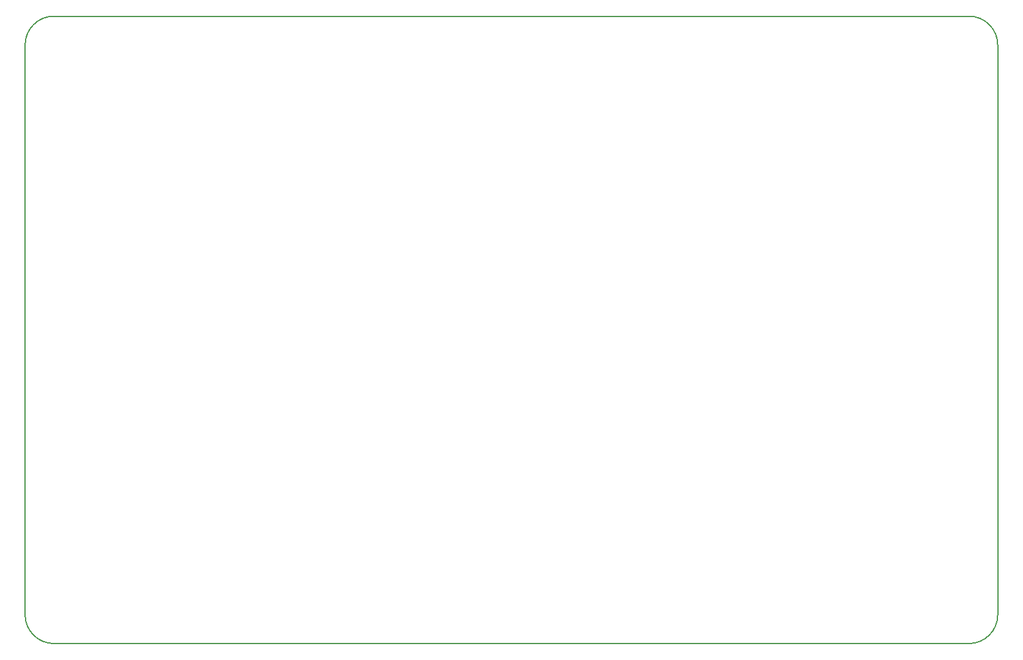
<source format=gm1>
G04 #@! TF.GenerationSoftware,KiCad,Pcbnew,(6.0.4)*
G04 #@! TF.CreationDate,2022-07-29T23:35:55-06:00*
G04 #@! TF.ProjectId,ESP32-Sprinkler-System,45535033-322d-4537-9072-696e6b6c6572,1*
G04 #@! TF.SameCoordinates,Original*
G04 #@! TF.FileFunction,Profile,NP*
%FSLAX46Y46*%
G04 Gerber Fmt 4.6, Leading zero omitted, Abs format (unit mm)*
G04 Created by KiCad (PCBNEW (6.0.4)) date 2022-07-29 23:35:55*
%MOMM*%
%LPD*%
G01*
G04 APERTURE LIST*
G04 #@! TA.AperFunction,Profile*
%ADD10C,0.200000*%
G04 #@! TD*
G04 APERTURE END LIST*
D10*
X62000000Y-53000000D02*
G75*
G03*
X58000000Y-57000000I0J-4000000D01*
G01*
X189000000Y-53000000D02*
X62000000Y-53000000D01*
X62000000Y-140000000D02*
X189000000Y-140000000D01*
X58000000Y-57000000D02*
X58000000Y-136000000D01*
X189000000Y-140000000D02*
G75*
G03*
X193000000Y-136000000I0J4000000D01*
G01*
X193000000Y-136000000D02*
X193000000Y-57000000D01*
X58000000Y-136000000D02*
G75*
G03*
X62000000Y-140000000I4000000J0D01*
G01*
X193000000Y-57000000D02*
G75*
G03*
X189000000Y-53000000I-4000000J0D01*
G01*
M02*

</source>
